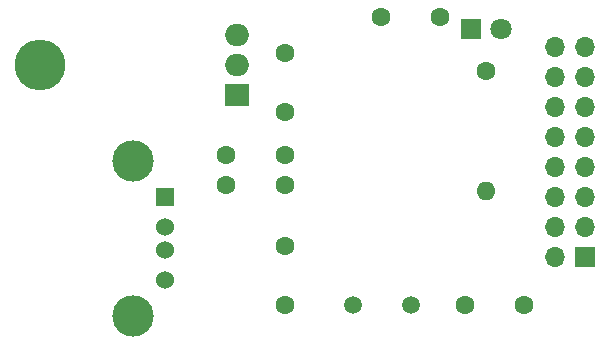
<source format=gbr>
G04 #@! TF.GenerationSoftware,KiCad,Pcbnew,(5.1.8)-1*
G04 #@! TF.CreationDate,2023-02-17T13:18:16-07:00*
G04 #@! TF.ProjectId,CH376S Module,43483337-3653-4204-9d6f-64756c652e6b,rev?*
G04 #@! TF.SameCoordinates,Original*
G04 #@! TF.FileFunction,Soldermask,Bot*
G04 #@! TF.FilePolarity,Negative*
%FSLAX46Y46*%
G04 Gerber Fmt 4.6, Leading zero omitted, Abs format (unit mm)*
G04 Created by KiCad (PCBNEW (5.1.8)-1) date 2023-02-17 13:18:16*
%MOMM*%
%LPD*%
G01*
G04 APERTURE LIST*
%ADD10O,2.000000X1.905000*%
%ADD11R,2.000000X1.905000*%
%ADD12O,4.318000X4.318000*%
%ADD13C,1.600000*%
%ADD14C,1.524000*%
%ADD15R,1.524000X1.524000*%
%ADD16C,3.500000*%
%ADD17C,1.500000*%
%ADD18O,1.600000X1.600000*%
%ADD19O,1.700000X1.700000*%
%ADD20R,1.700000X1.700000*%
%ADD21C,1.800000*%
%ADD22R,1.800000X1.800000*%
G04 APERTURE END LIST*
D10*
G04 #@! TO.C,U2*
X143764000Y-87122000D03*
X143764000Y-89662000D03*
D11*
X143764000Y-92202000D03*
D12*
X127104000Y-89662000D03*
G04 #@! TD*
D13*
G04 #@! TO.C,C5*
X147828000Y-104982000D03*
X147828000Y-109982000D03*
G04 #@! TD*
G04 #@! TO.C,C4*
X168068000Y-109982000D03*
X163068000Y-109982000D03*
G04 #@! TD*
G04 #@! TO.C,C2*
X147828000Y-99822000D03*
X142828000Y-99822000D03*
G04 #@! TD*
G04 #@! TO.C,C1*
X155956000Y-85598000D03*
X160956000Y-85598000D03*
G04 #@! TD*
D14*
G04 #@! TO.C,USB1*
X137668000Y-107838000D03*
X137668000Y-105338000D03*
X137668000Y-103338000D03*
D15*
X137668000Y-100838000D03*
D16*
X134958000Y-97768000D03*
X134958000Y-110908000D03*
G04 #@! TD*
D17*
G04 #@! TO.C,Y2*
X153596000Y-109982000D03*
X158496000Y-109982000D03*
G04 #@! TD*
D18*
G04 #@! TO.C,R2*
X164846000Y-100330000D03*
D13*
X164846000Y-90170000D03*
G04 #@! TD*
D19*
G04 #@! TO.C,P1*
X170688000Y-88138000D03*
X173228000Y-88138000D03*
X170688000Y-90678000D03*
X173228000Y-90678000D03*
X170688000Y-93218000D03*
X173228000Y-93218000D03*
X170688000Y-95758000D03*
X173228000Y-95758000D03*
X170688000Y-98298000D03*
X173228000Y-98298000D03*
X170688000Y-100838000D03*
X173228000Y-100838000D03*
X170688000Y-103378000D03*
X173228000Y-103378000D03*
X170688000Y-105918000D03*
D20*
X173228000Y-105918000D03*
G04 #@! TD*
D21*
G04 #@! TO.C,D1*
X166116000Y-86614000D03*
D22*
X163576000Y-86614000D03*
G04 #@! TD*
D13*
G04 #@! TO.C,C7*
X147828000Y-97282000D03*
X142828000Y-97282000D03*
G04 #@! TD*
G04 #@! TO.C,C6*
X147828000Y-93646000D03*
X147828000Y-88646000D03*
G04 #@! TD*
M02*

</source>
